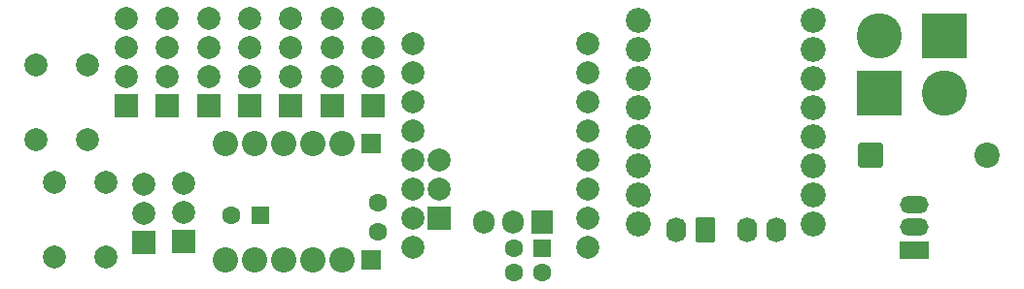
<source format=gbr>
%TF.GenerationSoftware,KiCad,Pcbnew,9.0.6*%
%TF.CreationDate,2026-01-26T16:21:30-03:00*%
%TF.ProjectId,V1_ robot_controller,56315f20-726f-4626-9f74-5f636f6e7472,rev?*%
%TF.SameCoordinates,Original*%
%TF.FileFunction,Soldermask,Bot*%
%TF.FilePolarity,Negative*%
%FSLAX46Y46*%
G04 Gerber Fmt 4.6, Leading zero omitted, Abs format (unit mm)*
G04 Created by KiCad (PCBNEW 9.0.6) date 2026-01-26 16:21:30*
%MOMM*%
%LPD*%
G01*
G04 APERTURE LIST*
G04 Aperture macros list*
%AMRoundRect*
0 Rectangle with rounded corners*
0 $1 Rounding radius*
0 $2 $3 $4 $5 $6 $7 $8 $9 X,Y pos of 4 corners*
0 Add a 4 corners polygon primitive as box body*
4,1,4,$2,$3,$4,$5,$6,$7,$8,$9,$2,$3,0*
0 Add four circle primitives for the rounded corners*
1,1,$1+$1,$2,$3*
1,1,$1+$1,$4,$5*
1,1,$1+$1,$6,$7*
1,1,$1+$1,$8,$9*
0 Add four rect primitives between the rounded corners*
20,1,$1+$1,$2,$3,$4,$5,0*
20,1,$1+$1,$4,$5,$6,$7,0*
20,1,$1+$1,$6,$7,$8,$9,0*
20,1,$1+$1,$8,$9,$2,$3,0*%
G04 Aperture macros list end*
%ADD10C,1.600000*%
%ADD11C,2.184000*%
%ADD12R,2.000000X2.000000*%
%ADD13C,2.000000*%
%ADD14C,3.954000*%
%ADD15RoundRect,0.102000X1.875000X-1.875000X1.875000X1.875000X-1.875000X1.875000X-1.875000X-1.875000X0*%
%ADD16RoundRect,0.250000X0.550000X0.550000X-0.550000X0.550000X-0.550000X-0.550000X0.550000X-0.550000X0*%
%ADD17RoundRect,0.249999X-0.850001X-0.850001X0.850001X-0.850001X0.850001X0.850001X-0.850001X0.850001X0*%
%ADD18C,2.200000*%
%ADD19O,1.740000X2.190000*%
%ADD20RoundRect,0.102000X-1.875000X1.875000X-1.875000X-1.875000X1.875000X-1.875000X1.875000X1.875000X0*%
%ADD21RoundRect,0.250000X0.620000X0.845000X-0.620000X0.845000X-0.620000X-0.845000X0.620000X-0.845000X0*%
%ADD22R,2.500000X1.500000*%
%ADD23O,2.500000X1.500000*%
%ADD24C,2.004000*%
%ADD25C,2.204000*%
%ADD26RoundRect,0.102000X-0.762000X0.762000X-0.762000X-0.762000X0.762000X-0.762000X0.762000X0.762000X0*%
%ADD27R,1.905000X2.000000*%
%ADD28O,1.905000X2.000000*%
G04 APERTURE END LIST*
D10*
%TO.C,C2*%
X180200000Y-107700000D03*
X180200000Y-105200000D03*
%TD*%
D11*
%TO.C,U3*%
X218143000Y-107026654D03*
X218143000Y-104486654D03*
X218143000Y-101946654D03*
X218143000Y-99406654D03*
X218143000Y-96866654D03*
X218143000Y-94326654D03*
X218143000Y-91786654D03*
X218143000Y-89246654D03*
X202903000Y-89246654D03*
X202903000Y-91786654D03*
X202903000Y-94326654D03*
X202903000Y-96866654D03*
X202903000Y-99406654D03*
X202903000Y-101946654D03*
X202903000Y-104486654D03*
X202903000Y-107026654D03*
%TD*%
D12*
%TO.C,J9*%
X172630000Y-96725000D03*
D13*
X172630000Y-94185000D03*
X172630000Y-91645000D03*
X172630000Y-89105000D03*
%TD*%
D14*
%TO.C,J2*%
X223903000Y-90571654D03*
D15*
X223903000Y-95571654D03*
%TD*%
D16*
%TO.C,C5*%
X169950000Y-106250000D03*
D10*
X167450000Y-106250000D03*
%TD*%
D12*
%TO.C,J7*%
X163275000Y-108565000D03*
D13*
X163275000Y-106025000D03*
X163275000Y-103485000D03*
%TD*%
D17*
%TO.C,D1*%
X223123000Y-101021654D03*
D18*
X233283000Y-101021654D03*
%TD*%
D12*
%TO.C,J10*%
X169020000Y-96725000D03*
D13*
X169020000Y-94185000D03*
X169020000Y-91645000D03*
X169020000Y-89105000D03*
%TD*%
D19*
%TO.C,J4*%
X214893000Y-107571654D03*
X212353000Y-107571654D03*
%TD*%
D12*
%TO.C,J11*%
X165445000Y-96725000D03*
D13*
X165445000Y-94185000D03*
X165445000Y-91645000D03*
X165445000Y-89105000D03*
%TD*%
D14*
%TO.C,J1*%
X229603000Y-95571654D03*
D20*
X229603000Y-90571654D03*
%TD*%
D12*
%TO.C,J6*%
X159775000Y-108655000D03*
D13*
X159775000Y-106115000D03*
X159775000Y-103575000D03*
%TD*%
%TO.C,SW2*%
X154900000Y-93150000D03*
X154900000Y-99650000D03*
X150400000Y-93150000D03*
X150400000Y-99650000D03*
%TD*%
D12*
%TO.C,J5*%
X179795000Y-96715000D03*
D13*
X179795000Y-94175000D03*
X179795000Y-91635000D03*
X179795000Y-89095000D03*
%TD*%
D21*
%TO.C,J3*%
X208768000Y-107571654D03*
D19*
X206228000Y-107571654D03*
%TD*%
D22*
%TO.C,SW1*%
X226950000Y-109300000D03*
D23*
X226950000Y-107300000D03*
X226950000Y-105300000D03*
%TD*%
D12*
%TO.C,J8*%
X176220000Y-96725000D03*
D13*
X176220000Y-94185000D03*
X176220000Y-91645000D03*
X176220000Y-89105000D03*
%TD*%
D10*
%TO.C,C1*%
X194525000Y-111300000D03*
X192025000Y-111300000D03*
%TD*%
D24*
%TO.C,U1*%
X183238000Y-91241654D03*
X183238000Y-93781654D03*
X183238000Y-96321654D03*
X183238000Y-98861654D03*
X183238000Y-103941654D03*
X183238000Y-101401654D03*
X198478000Y-109021654D03*
X183238000Y-109021654D03*
X198478000Y-106481654D03*
X198478000Y-103941654D03*
X198478000Y-101401654D03*
X198478000Y-98861654D03*
X198478000Y-96321654D03*
X198478000Y-93781654D03*
X198478000Y-91241654D03*
X183238000Y-106481654D03*
%TD*%
D12*
%TO.C,J13*%
X158245000Y-96725000D03*
D13*
X158245000Y-94185000D03*
X158245000Y-91645000D03*
X158245000Y-89105000D03*
%TD*%
D25*
%TO.C,U4*%
X172030000Y-110175000D03*
X172030000Y-100015000D03*
X174570000Y-110175000D03*
D26*
X179650000Y-110175000D03*
D25*
X177110000Y-110175000D03*
X169490000Y-110175000D03*
X166950000Y-110175000D03*
X174570000Y-100015000D03*
D26*
X179650000Y-100015000D03*
D25*
X177110000Y-100015000D03*
X169490000Y-100015000D03*
X166950000Y-100015000D03*
%TD*%
D12*
%TO.C,J12*%
X161845000Y-96725000D03*
D13*
X161845000Y-94185000D03*
X161845000Y-91645000D03*
X161845000Y-89105000D03*
%TD*%
D16*
%TO.C,C3*%
X194525000Y-109150000D03*
D10*
X192025000Y-109150000D03*
%TD*%
D12*
%TO.C,J14*%
X185575000Y-106555000D03*
D13*
X185575000Y-104015000D03*
X185575000Y-101475000D03*
%TD*%
%TO.C,SW3*%
X156500000Y-103425000D03*
X156500000Y-109925000D03*
X152000000Y-103425000D03*
X152000000Y-109925000D03*
%TD*%
D27*
%TO.C,U2*%
X194515000Y-106825000D03*
D28*
X191975000Y-106825000D03*
X189435000Y-106825000D03*
%TD*%
M02*

</source>
